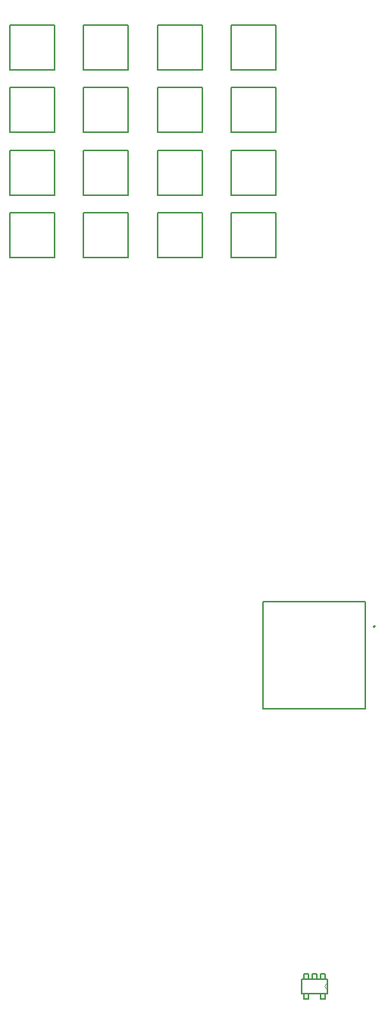
<source format=gbr>
G04 #@! TF.FileFunction,Drawing*
%FSLAX46Y46*%
G04 Gerber Fmt 4.6, Leading zero omitted, Abs format (unit mm)*
G04 Created by KiCad (PCBNEW 4.0.7-e2-6376~58~ubuntu14.04.1) date Tue Sep  5 20:37:50 2017*
%MOMM*%
%LPD*%
G01*
G04 APERTURE LIST*
%ADD10C,0.100000*%
%ADD11C,0.127000*%
%ADD12C,0.152400*%
%ADD13C,0.200000*%
G04 APERTURE END LIST*
D10*
D11*
X115735000Y-33020000D02*
X120735000Y-33020000D01*
X120735000Y-33020000D02*
X120735000Y-28020000D01*
X120735000Y-28020000D02*
X115735000Y-28020000D01*
X115735000Y-28020000D02*
X115735000Y-33020000D01*
X123990000Y-33020000D02*
X128990000Y-33020000D01*
X128990000Y-33020000D02*
X128990000Y-28020000D01*
X128990000Y-28020000D02*
X123990000Y-28020000D01*
X123990000Y-28020000D02*
X123990000Y-33020000D01*
X132245000Y-33020000D02*
X137245000Y-33020000D01*
X137245000Y-33020000D02*
X137245000Y-28020000D01*
X137245000Y-28020000D02*
X132245000Y-28020000D01*
X132245000Y-28020000D02*
X132245000Y-33020000D01*
X140500000Y-33020000D02*
X145500000Y-33020000D01*
X145500000Y-33020000D02*
X145500000Y-28020000D01*
X145500000Y-28020000D02*
X140500000Y-28020000D01*
X140500000Y-28020000D02*
X140500000Y-33020000D01*
X115735000Y-40005000D02*
X120735000Y-40005000D01*
X120735000Y-40005000D02*
X120735000Y-35005000D01*
X120735000Y-35005000D02*
X115735000Y-35005000D01*
X115735000Y-35005000D02*
X115735000Y-40005000D01*
X123990000Y-40005000D02*
X128990000Y-40005000D01*
X128990000Y-40005000D02*
X128990000Y-35005000D01*
X128990000Y-35005000D02*
X123990000Y-35005000D01*
X123990000Y-35005000D02*
X123990000Y-40005000D01*
X132245000Y-40005000D02*
X137245000Y-40005000D01*
X137245000Y-40005000D02*
X137245000Y-35005000D01*
X137245000Y-35005000D02*
X132245000Y-35005000D01*
X132245000Y-35005000D02*
X132245000Y-40005000D01*
X140500000Y-40005000D02*
X145500000Y-40005000D01*
X145500000Y-40005000D02*
X145500000Y-35005000D01*
X145500000Y-35005000D02*
X140500000Y-35005000D01*
X140500000Y-35005000D02*
X140500000Y-40005000D01*
X115735000Y-46990000D02*
X120735000Y-46990000D01*
X120735000Y-46990000D02*
X120735000Y-41990000D01*
X120735000Y-41990000D02*
X115735000Y-41990000D01*
X115735000Y-41990000D02*
X115735000Y-46990000D01*
X123990000Y-46990000D02*
X128990000Y-46990000D01*
X128990000Y-46990000D02*
X128990000Y-41990000D01*
X128990000Y-41990000D02*
X123990000Y-41990000D01*
X123990000Y-41990000D02*
X123990000Y-46990000D01*
X132245000Y-46990000D02*
X137245000Y-46990000D01*
X137245000Y-46990000D02*
X137245000Y-41990000D01*
X137245000Y-41990000D02*
X132245000Y-41990000D01*
X132245000Y-41990000D02*
X132245000Y-46990000D01*
X140500000Y-46990000D02*
X145500000Y-46990000D01*
X145500000Y-46990000D02*
X145500000Y-41990000D01*
X145500000Y-41990000D02*
X140500000Y-41990000D01*
X140500000Y-41990000D02*
X140500000Y-46990000D01*
X115735000Y-53975000D02*
X120735000Y-53975000D01*
X120735000Y-53975000D02*
X120735000Y-48975000D01*
X120735000Y-48975000D02*
X115735000Y-48975000D01*
X115735000Y-48975000D02*
X115735000Y-53975000D01*
X123990000Y-53975000D02*
X128990000Y-53975000D01*
X128990000Y-53975000D02*
X128990000Y-48975000D01*
X128990000Y-48975000D02*
X123990000Y-48975000D01*
X123990000Y-48975000D02*
X123990000Y-53975000D01*
X132245000Y-53975000D02*
X137245000Y-53975000D01*
X137245000Y-53975000D02*
X137245000Y-48975000D01*
X137245000Y-48975000D02*
X132245000Y-48975000D01*
X132245000Y-48975000D02*
X132245000Y-53975000D01*
X140500000Y-53975000D02*
X145500000Y-53975000D01*
X145500000Y-53975000D02*
X145500000Y-48975000D01*
X145500000Y-48975000D02*
X140500000Y-48975000D01*
X140500000Y-48975000D02*
X140500000Y-53975000D01*
D12*
X148352200Y-134412600D02*
X148352200Y-135987400D01*
X148352200Y-135987400D02*
X148606200Y-135987400D01*
X148606200Y-135987400D02*
X149114200Y-135987400D01*
X149114200Y-135987400D02*
X150485800Y-135987400D01*
X151247800Y-135987400D02*
X151247800Y-135504800D01*
X151247800Y-135504800D02*
X151247800Y-134895200D01*
X151247800Y-134895200D02*
X151247800Y-134412600D01*
X151247800Y-134412600D02*
X150993800Y-134412600D01*
X150993800Y-134412600D02*
X150485800Y-134412600D01*
X150485800Y-134412600D02*
X150054000Y-134412600D01*
X150054000Y-134412600D02*
X149546000Y-134412600D01*
X149546000Y-134412600D02*
X149114200Y-134412600D01*
X150993800Y-134412600D02*
X150993800Y-133803000D01*
X150993800Y-133803000D02*
X150485800Y-133803000D01*
X150485800Y-133803000D02*
X150485800Y-134412600D01*
X150054000Y-134412600D02*
X150054000Y-133803000D01*
X150054000Y-133803000D02*
X149546000Y-133803000D01*
X149546000Y-133803000D02*
X149546000Y-134412600D01*
X148352200Y-134412600D02*
X148606200Y-134412600D01*
X148606200Y-134412600D02*
X149114200Y-134412600D01*
X149114200Y-134412600D02*
X149114200Y-133803000D01*
X149114200Y-133803000D02*
X148606200Y-133803000D01*
X148606200Y-133803000D02*
X148606200Y-134412600D01*
X148606200Y-135987400D02*
X148606200Y-136597000D01*
X148606200Y-136597000D02*
X149114200Y-136597000D01*
X149114200Y-136597000D02*
X149114200Y-135987400D01*
X151247800Y-135987400D02*
X150993800Y-135987400D01*
X150993800Y-135987400D02*
X150485800Y-135987400D01*
X150485800Y-135987400D02*
X150485800Y-136597000D01*
X150485800Y-136597000D02*
X150993800Y-136597000D01*
X150993800Y-136597000D02*
X150993800Y-135987400D01*
D10*
X151247800Y-135504800D02*
G75*
G02X151247800Y-134895200I0J304800D01*
G01*
D13*
X144000000Y-104250000D02*
X144000000Y-92286900D01*
X144000000Y-92292700D02*
X155457000Y-92292700D01*
X155451000Y-92298900D02*
X155451000Y-104250000D01*
X155466100Y-104250000D02*
X144000000Y-104250000D01*
X144000000Y-104250000D02*
X144000000Y-93619200D01*
X149734820Y-104250000D02*
X153770740Y-104250000D01*
X149729410Y-104250000D02*
X148388380Y-104250000D01*
X149729530Y-92290500D02*
X153840790Y-92290500D01*
X149730980Y-92287500D02*
X147582740Y-92287500D01*
X156561160Y-95091080D02*
G75*
G03X156561160Y-95091080I-106460J0D01*
G01*
M02*

</source>
